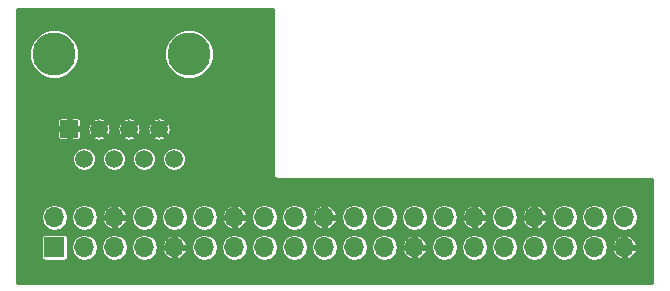
<source format=gbr>
G04 #@! TF.FileFunction,Copper,L1,Top,Signal*
%FSLAX46Y46*%
G04 Gerber Fmt 4.6, Leading zero omitted, Abs format (unit mm)*
G04 Created by KiCad (PCBNEW 4.0.7) date 11/27/17 08:23:02*
%MOMM*%
%LPD*%
G01*
G04 APERTURE LIST*
%ADD10C,0.076200*%
%ADD11C,3.650000*%
%ADD12R,1.500000X1.500000*%
%ADD13C,1.500000*%
%ADD14R,1.700000X1.700000*%
%ADD15O,1.700000X1.700000*%
%ADD16C,0.254000*%
G04 APERTURE END LIST*
D10*
D11*
X175864600Y-29862000D03*
X164434600Y-29862000D03*
D12*
X165704600Y-36212000D03*
D13*
X166974600Y-38752000D03*
X168244600Y-36212000D03*
X169514600Y-38752000D03*
X170784600Y-36212000D03*
X172054600Y-38752000D03*
X173324600Y-36212000D03*
X174594600Y-38752000D03*
D14*
X164470000Y-46230000D03*
D15*
X164470000Y-43690000D03*
X167010000Y-46230000D03*
X167010000Y-43690000D03*
X169550000Y-46230000D03*
X169550000Y-43690000D03*
X172090000Y-46230000D03*
X172090000Y-43690000D03*
X174630000Y-46230000D03*
X174630000Y-43690000D03*
X177170000Y-46230000D03*
X177170000Y-43690000D03*
X179710000Y-46230000D03*
X179710000Y-43690000D03*
X182250000Y-46230000D03*
X182250000Y-43690000D03*
X184790000Y-46230000D03*
X184790000Y-43690000D03*
X187330000Y-46230000D03*
X187330000Y-43690000D03*
X189870000Y-46230000D03*
X189870000Y-43690000D03*
X192410000Y-46230000D03*
X192410000Y-43690000D03*
X194950000Y-46230000D03*
X194950000Y-43690000D03*
X197490000Y-46230000D03*
X197490000Y-43690000D03*
X200030000Y-46230000D03*
X200030000Y-43690000D03*
X202570000Y-46230000D03*
X202570000Y-43690000D03*
X205110000Y-46230000D03*
X205110000Y-43690000D03*
X207650000Y-46230000D03*
X207650000Y-43690000D03*
X210190000Y-46230000D03*
X210190000Y-43690000D03*
X212730000Y-46230000D03*
X212730000Y-43690000D03*
D16*
G36*
X182952400Y-40131980D02*
X182952396Y-40132000D01*
X182975506Y-40248183D01*
X183041318Y-40346678D01*
X183139813Y-40412490D01*
X183255996Y-40435600D01*
X215088400Y-40435600D01*
X215088400Y-49226400D01*
X161339600Y-49226400D01*
X161339600Y-45380000D01*
X163335127Y-45380000D01*
X163335127Y-47080000D01*
X163354609Y-47183539D01*
X163415801Y-47278634D01*
X163509168Y-47342429D01*
X163620000Y-47364873D01*
X165320000Y-47364873D01*
X165423539Y-47345391D01*
X165518634Y-47284199D01*
X165582429Y-47190832D01*
X165604873Y-47080000D01*
X165604873Y-46207874D01*
X165880600Y-46207874D01*
X165880600Y-46252126D01*
X165966570Y-46684329D01*
X166211394Y-47050732D01*
X166577797Y-47295556D01*
X167010000Y-47381526D01*
X167442203Y-47295556D01*
X167808606Y-47050732D01*
X168053430Y-46684329D01*
X168139400Y-46252126D01*
X168139400Y-46207874D01*
X168420600Y-46207874D01*
X168420600Y-46252126D01*
X168506570Y-46684329D01*
X168751394Y-47050732D01*
X169117797Y-47295556D01*
X169550000Y-47381526D01*
X169982203Y-47295556D01*
X170348606Y-47050732D01*
X170593430Y-46684329D01*
X170679400Y-46252126D01*
X170679400Y-46207874D01*
X170960600Y-46207874D01*
X170960600Y-46252126D01*
X171046570Y-46684329D01*
X171291394Y-47050732D01*
X171657797Y-47295556D01*
X172090000Y-47381526D01*
X172522203Y-47295556D01*
X172888606Y-47050732D01*
X173133430Y-46684329D01*
X173165521Y-46522995D01*
X173591944Y-46522995D01*
X173783086Y-46897939D01*
X174103163Y-47171195D01*
X174337007Y-47268043D01*
X174503000Y-47243524D01*
X174503000Y-46357000D01*
X174757000Y-46357000D01*
X174757000Y-47243524D01*
X174922993Y-47268043D01*
X175156837Y-47171195D01*
X175476914Y-46897939D01*
X175668056Y-46522995D01*
X175643960Y-46357000D01*
X174757000Y-46357000D01*
X174503000Y-46357000D01*
X173616040Y-46357000D01*
X173591944Y-46522995D01*
X173165521Y-46522995D01*
X173219400Y-46252126D01*
X173219400Y-46207874D01*
X176040600Y-46207874D01*
X176040600Y-46252126D01*
X176126570Y-46684329D01*
X176371394Y-47050732D01*
X176737797Y-47295556D01*
X177170000Y-47381526D01*
X177602203Y-47295556D01*
X177968606Y-47050732D01*
X178213430Y-46684329D01*
X178299400Y-46252126D01*
X178299400Y-46207874D01*
X178580600Y-46207874D01*
X178580600Y-46252126D01*
X178666570Y-46684329D01*
X178911394Y-47050732D01*
X179277797Y-47295556D01*
X179710000Y-47381526D01*
X180142203Y-47295556D01*
X180508606Y-47050732D01*
X180753430Y-46684329D01*
X180839400Y-46252126D01*
X180839400Y-46207874D01*
X181120600Y-46207874D01*
X181120600Y-46252126D01*
X181206570Y-46684329D01*
X181451394Y-47050732D01*
X181817797Y-47295556D01*
X182250000Y-47381526D01*
X182682203Y-47295556D01*
X183048606Y-47050732D01*
X183293430Y-46684329D01*
X183379400Y-46252126D01*
X183379400Y-46207874D01*
X183660600Y-46207874D01*
X183660600Y-46252126D01*
X183746570Y-46684329D01*
X183991394Y-47050732D01*
X184357797Y-47295556D01*
X184790000Y-47381526D01*
X185222203Y-47295556D01*
X185588606Y-47050732D01*
X185833430Y-46684329D01*
X185919400Y-46252126D01*
X185919400Y-46207874D01*
X186200600Y-46207874D01*
X186200600Y-46252126D01*
X186286570Y-46684329D01*
X186531394Y-47050732D01*
X186897797Y-47295556D01*
X187330000Y-47381526D01*
X187762203Y-47295556D01*
X188128606Y-47050732D01*
X188373430Y-46684329D01*
X188459400Y-46252126D01*
X188459400Y-46207874D01*
X188740600Y-46207874D01*
X188740600Y-46252126D01*
X188826570Y-46684329D01*
X189071394Y-47050732D01*
X189437797Y-47295556D01*
X189870000Y-47381526D01*
X190302203Y-47295556D01*
X190668606Y-47050732D01*
X190913430Y-46684329D01*
X190999400Y-46252126D01*
X190999400Y-46207874D01*
X191280600Y-46207874D01*
X191280600Y-46252126D01*
X191366570Y-46684329D01*
X191611394Y-47050732D01*
X191977797Y-47295556D01*
X192410000Y-47381526D01*
X192842203Y-47295556D01*
X193208606Y-47050732D01*
X193453430Y-46684329D01*
X193485521Y-46522995D01*
X193911944Y-46522995D01*
X194103086Y-46897939D01*
X194423163Y-47171195D01*
X194657007Y-47268043D01*
X194823000Y-47243524D01*
X194823000Y-46357000D01*
X195077000Y-46357000D01*
X195077000Y-47243524D01*
X195242993Y-47268043D01*
X195476837Y-47171195D01*
X195796914Y-46897939D01*
X195988056Y-46522995D01*
X195963960Y-46357000D01*
X195077000Y-46357000D01*
X194823000Y-46357000D01*
X193936040Y-46357000D01*
X193911944Y-46522995D01*
X193485521Y-46522995D01*
X193539400Y-46252126D01*
X193539400Y-46207874D01*
X196360600Y-46207874D01*
X196360600Y-46252126D01*
X196446570Y-46684329D01*
X196691394Y-47050732D01*
X197057797Y-47295556D01*
X197490000Y-47381526D01*
X197922203Y-47295556D01*
X198288606Y-47050732D01*
X198533430Y-46684329D01*
X198619400Y-46252126D01*
X198619400Y-46207874D01*
X198900600Y-46207874D01*
X198900600Y-46252126D01*
X198986570Y-46684329D01*
X199231394Y-47050732D01*
X199597797Y-47295556D01*
X200030000Y-47381526D01*
X200462203Y-47295556D01*
X200828606Y-47050732D01*
X201073430Y-46684329D01*
X201159400Y-46252126D01*
X201159400Y-46207874D01*
X201440600Y-46207874D01*
X201440600Y-46252126D01*
X201526570Y-46684329D01*
X201771394Y-47050732D01*
X202137797Y-47295556D01*
X202570000Y-47381526D01*
X203002203Y-47295556D01*
X203368606Y-47050732D01*
X203613430Y-46684329D01*
X203699400Y-46252126D01*
X203699400Y-46207874D01*
X203980600Y-46207874D01*
X203980600Y-46252126D01*
X204066570Y-46684329D01*
X204311394Y-47050732D01*
X204677797Y-47295556D01*
X205110000Y-47381526D01*
X205542203Y-47295556D01*
X205908606Y-47050732D01*
X206153430Y-46684329D01*
X206239400Y-46252126D01*
X206239400Y-46207874D01*
X206520600Y-46207874D01*
X206520600Y-46252126D01*
X206606570Y-46684329D01*
X206851394Y-47050732D01*
X207217797Y-47295556D01*
X207650000Y-47381526D01*
X208082203Y-47295556D01*
X208448606Y-47050732D01*
X208693430Y-46684329D01*
X208779400Y-46252126D01*
X208779400Y-46207874D01*
X209060600Y-46207874D01*
X209060600Y-46252126D01*
X209146570Y-46684329D01*
X209391394Y-47050732D01*
X209757797Y-47295556D01*
X210190000Y-47381526D01*
X210622203Y-47295556D01*
X210988606Y-47050732D01*
X211233430Y-46684329D01*
X211265521Y-46522995D01*
X211691944Y-46522995D01*
X211883086Y-46897939D01*
X212203163Y-47171195D01*
X212437007Y-47268043D01*
X212603000Y-47243524D01*
X212603000Y-46357000D01*
X212857000Y-46357000D01*
X212857000Y-47243524D01*
X213022993Y-47268043D01*
X213256837Y-47171195D01*
X213576914Y-46897939D01*
X213768056Y-46522995D01*
X213743960Y-46357000D01*
X212857000Y-46357000D01*
X212603000Y-46357000D01*
X211716040Y-46357000D01*
X211691944Y-46522995D01*
X211265521Y-46522995D01*
X211319400Y-46252126D01*
X211319400Y-46207874D01*
X211265522Y-45937005D01*
X211691944Y-45937005D01*
X211716040Y-46103000D01*
X212603000Y-46103000D01*
X212603000Y-45216476D01*
X212857000Y-45216476D01*
X212857000Y-46103000D01*
X213743960Y-46103000D01*
X213768056Y-45937005D01*
X213576914Y-45562061D01*
X213256837Y-45288805D01*
X213022993Y-45191957D01*
X212857000Y-45216476D01*
X212603000Y-45216476D01*
X212437007Y-45191957D01*
X212203163Y-45288805D01*
X211883086Y-45562061D01*
X211691944Y-45937005D01*
X211265522Y-45937005D01*
X211233430Y-45775671D01*
X210988606Y-45409268D01*
X210622203Y-45164444D01*
X210190000Y-45078474D01*
X209757797Y-45164444D01*
X209391394Y-45409268D01*
X209146570Y-45775671D01*
X209060600Y-46207874D01*
X208779400Y-46207874D01*
X208693430Y-45775671D01*
X208448606Y-45409268D01*
X208082203Y-45164444D01*
X207650000Y-45078474D01*
X207217797Y-45164444D01*
X206851394Y-45409268D01*
X206606570Y-45775671D01*
X206520600Y-46207874D01*
X206239400Y-46207874D01*
X206153430Y-45775671D01*
X205908606Y-45409268D01*
X205542203Y-45164444D01*
X205110000Y-45078474D01*
X204677797Y-45164444D01*
X204311394Y-45409268D01*
X204066570Y-45775671D01*
X203980600Y-46207874D01*
X203699400Y-46207874D01*
X203613430Y-45775671D01*
X203368606Y-45409268D01*
X203002203Y-45164444D01*
X202570000Y-45078474D01*
X202137797Y-45164444D01*
X201771394Y-45409268D01*
X201526570Y-45775671D01*
X201440600Y-46207874D01*
X201159400Y-46207874D01*
X201073430Y-45775671D01*
X200828606Y-45409268D01*
X200462203Y-45164444D01*
X200030000Y-45078474D01*
X199597797Y-45164444D01*
X199231394Y-45409268D01*
X198986570Y-45775671D01*
X198900600Y-46207874D01*
X198619400Y-46207874D01*
X198533430Y-45775671D01*
X198288606Y-45409268D01*
X197922203Y-45164444D01*
X197490000Y-45078474D01*
X197057797Y-45164444D01*
X196691394Y-45409268D01*
X196446570Y-45775671D01*
X196360600Y-46207874D01*
X193539400Y-46207874D01*
X193485522Y-45937005D01*
X193911944Y-45937005D01*
X193936040Y-46103000D01*
X194823000Y-46103000D01*
X194823000Y-45216476D01*
X195077000Y-45216476D01*
X195077000Y-46103000D01*
X195963960Y-46103000D01*
X195988056Y-45937005D01*
X195796914Y-45562061D01*
X195476837Y-45288805D01*
X195242993Y-45191957D01*
X195077000Y-45216476D01*
X194823000Y-45216476D01*
X194657007Y-45191957D01*
X194423163Y-45288805D01*
X194103086Y-45562061D01*
X193911944Y-45937005D01*
X193485522Y-45937005D01*
X193453430Y-45775671D01*
X193208606Y-45409268D01*
X192842203Y-45164444D01*
X192410000Y-45078474D01*
X191977797Y-45164444D01*
X191611394Y-45409268D01*
X191366570Y-45775671D01*
X191280600Y-46207874D01*
X190999400Y-46207874D01*
X190913430Y-45775671D01*
X190668606Y-45409268D01*
X190302203Y-45164444D01*
X189870000Y-45078474D01*
X189437797Y-45164444D01*
X189071394Y-45409268D01*
X188826570Y-45775671D01*
X188740600Y-46207874D01*
X188459400Y-46207874D01*
X188373430Y-45775671D01*
X188128606Y-45409268D01*
X187762203Y-45164444D01*
X187330000Y-45078474D01*
X186897797Y-45164444D01*
X186531394Y-45409268D01*
X186286570Y-45775671D01*
X186200600Y-46207874D01*
X185919400Y-46207874D01*
X185833430Y-45775671D01*
X185588606Y-45409268D01*
X185222203Y-45164444D01*
X184790000Y-45078474D01*
X184357797Y-45164444D01*
X183991394Y-45409268D01*
X183746570Y-45775671D01*
X183660600Y-46207874D01*
X183379400Y-46207874D01*
X183293430Y-45775671D01*
X183048606Y-45409268D01*
X182682203Y-45164444D01*
X182250000Y-45078474D01*
X181817797Y-45164444D01*
X181451394Y-45409268D01*
X181206570Y-45775671D01*
X181120600Y-46207874D01*
X180839400Y-46207874D01*
X180753430Y-45775671D01*
X180508606Y-45409268D01*
X180142203Y-45164444D01*
X179710000Y-45078474D01*
X179277797Y-45164444D01*
X178911394Y-45409268D01*
X178666570Y-45775671D01*
X178580600Y-46207874D01*
X178299400Y-46207874D01*
X178213430Y-45775671D01*
X177968606Y-45409268D01*
X177602203Y-45164444D01*
X177170000Y-45078474D01*
X176737797Y-45164444D01*
X176371394Y-45409268D01*
X176126570Y-45775671D01*
X176040600Y-46207874D01*
X173219400Y-46207874D01*
X173165522Y-45937005D01*
X173591944Y-45937005D01*
X173616040Y-46103000D01*
X174503000Y-46103000D01*
X174503000Y-45216476D01*
X174757000Y-45216476D01*
X174757000Y-46103000D01*
X175643960Y-46103000D01*
X175668056Y-45937005D01*
X175476914Y-45562061D01*
X175156837Y-45288805D01*
X174922993Y-45191957D01*
X174757000Y-45216476D01*
X174503000Y-45216476D01*
X174337007Y-45191957D01*
X174103163Y-45288805D01*
X173783086Y-45562061D01*
X173591944Y-45937005D01*
X173165522Y-45937005D01*
X173133430Y-45775671D01*
X172888606Y-45409268D01*
X172522203Y-45164444D01*
X172090000Y-45078474D01*
X171657797Y-45164444D01*
X171291394Y-45409268D01*
X171046570Y-45775671D01*
X170960600Y-46207874D01*
X170679400Y-46207874D01*
X170593430Y-45775671D01*
X170348606Y-45409268D01*
X169982203Y-45164444D01*
X169550000Y-45078474D01*
X169117797Y-45164444D01*
X168751394Y-45409268D01*
X168506570Y-45775671D01*
X168420600Y-46207874D01*
X168139400Y-46207874D01*
X168053430Y-45775671D01*
X167808606Y-45409268D01*
X167442203Y-45164444D01*
X167010000Y-45078474D01*
X166577797Y-45164444D01*
X166211394Y-45409268D01*
X165966570Y-45775671D01*
X165880600Y-46207874D01*
X165604873Y-46207874D01*
X165604873Y-45380000D01*
X165585391Y-45276461D01*
X165524199Y-45181366D01*
X165430832Y-45117571D01*
X165320000Y-45095127D01*
X163620000Y-45095127D01*
X163516461Y-45114609D01*
X163421366Y-45175801D01*
X163357571Y-45269168D01*
X163335127Y-45380000D01*
X161339600Y-45380000D01*
X161339600Y-43667874D01*
X163340600Y-43667874D01*
X163340600Y-43712126D01*
X163426570Y-44144329D01*
X163671394Y-44510732D01*
X164037797Y-44755556D01*
X164470000Y-44841526D01*
X164902203Y-44755556D01*
X165268606Y-44510732D01*
X165513430Y-44144329D01*
X165599400Y-43712126D01*
X165599400Y-43667874D01*
X165880600Y-43667874D01*
X165880600Y-43712126D01*
X165966570Y-44144329D01*
X166211394Y-44510732D01*
X166577797Y-44755556D01*
X167010000Y-44841526D01*
X167442203Y-44755556D01*
X167808606Y-44510732D01*
X168053430Y-44144329D01*
X168085521Y-43982995D01*
X168511944Y-43982995D01*
X168703086Y-44357939D01*
X169023163Y-44631195D01*
X169257007Y-44728043D01*
X169423000Y-44703524D01*
X169423000Y-43817000D01*
X169677000Y-43817000D01*
X169677000Y-44703524D01*
X169842993Y-44728043D01*
X170076837Y-44631195D01*
X170396914Y-44357939D01*
X170588056Y-43982995D01*
X170563960Y-43817000D01*
X169677000Y-43817000D01*
X169423000Y-43817000D01*
X168536040Y-43817000D01*
X168511944Y-43982995D01*
X168085521Y-43982995D01*
X168139400Y-43712126D01*
X168139400Y-43667874D01*
X170960600Y-43667874D01*
X170960600Y-43712126D01*
X171046570Y-44144329D01*
X171291394Y-44510732D01*
X171657797Y-44755556D01*
X172090000Y-44841526D01*
X172522203Y-44755556D01*
X172888606Y-44510732D01*
X173133430Y-44144329D01*
X173219400Y-43712126D01*
X173219400Y-43667874D01*
X173500600Y-43667874D01*
X173500600Y-43712126D01*
X173586570Y-44144329D01*
X173831394Y-44510732D01*
X174197797Y-44755556D01*
X174630000Y-44841526D01*
X175062203Y-44755556D01*
X175428606Y-44510732D01*
X175673430Y-44144329D01*
X175759400Y-43712126D01*
X175759400Y-43667874D01*
X176040600Y-43667874D01*
X176040600Y-43712126D01*
X176126570Y-44144329D01*
X176371394Y-44510732D01*
X176737797Y-44755556D01*
X177170000Y-44841526D01*
X177602203Y-44755556D01*
X177968606Y-44510732D01*
X178213430Y-44144329D01*
X178245521Y-43982995D01*
X178671944Y-43982995D01*
X178863086Y-44357939D01*
X179183163Y-44631195D01*
X179417007Y-44728043D01*
X179583000Y-44703524D01*
X179583000Y-43817000D01*
X179837000Y-43817000D01*
X179837000Y-44703524D01*
X180002993Y-44728043D01*
X180236837Y-44631195D01*
X180556914Y-44357939D01*
X180748056Y-43982995D01*
X180723960Y-43817000D01*
X179837000Y-43817000D01*
X179583000Y-43817000D01*
X178696040Y-43817000D01*
X178671944Y-43982995D01*
X178245521Y-43982995D01*
X178299400Y-43712126D01*
X178299400Y-43667874D01*
X181120600Y-43667874D01*
X181120600Y-43712126D01*
X181206570Y-44144329D01*
X181451394Y-44510732D01*
X181817797Y-44755556D01*
X182250000Y-44841526D01*
X182682203Y-44755556D01*
X183048606Y-44510732D01*
X183293430Y-44144329D01*
X183379400Y-43712126D01*
X183379400Y-43667874D01*
X183660600Y-43667874D01*
X183660600Y-43712126D01*
X183746570Y-44144329D01*
X183991394Y-44510732D01*
X184357797Y-44755556D01*
X184790000Y-44841526D01*
X185222203Y-44755556D01*
X185588606Y-44510732D01*
X185833430Y-44144329D01*
X185865521Y-43982995D01*
X186291944Y-43982995D01*
X186483086Y-44357939D01*
X186803163Y-44631195D01*
X187037007Y-44728043D01*
X187203000Y-44703524D01*
X187203000Y-43817000D01*
X187457000Y-43817000D01*
X187457000Y-44703524D01*
X187622993Y-44728043D01*
X187856837Y-44631195D01*
X188176914Y-44357939D01*
X188368056Y-43982995D01*
X188343960Y-43817000D01*
X187457000Y-43817000D01*
X187203000Y-43817000D01*
X186316040Y-43817000D01*
X186291944Y-43982995D01*
X185865521Y-43982995D01*
X185919400Y-43712126D01*
X185919400Y-43667874D01*
X188740600Y-43667874D01*
X188740600Y-43712126D01*
X188826570Y-44144329D01*
X189071394Y-44510732D01*
X189437797Y-44755556D01*
X189870000Y-44841526D01*
X190302203Y-44755556D01*
X190668606Y-44510732D01*
X190913430Y-44144329D01*
X190999400Y-43712126D01*
X190999400Y-43667874D01*
X191280600Y-43667874D01*
X191280600Y-43712126D01*
X191366570Y-44144329D01*
X191611394Y-44510732D01*
X191977797Y-44755556D01*
X192410000Y-44841526D01*
X192842203Y-44755556D01*
X193208606Y-44510732D01*
X193453430Y-44144329D01*
X193539400Y-43712126D01*
X193539400Y-43667874D01*
X193820600Y-43667874D01*
X193820600Y-43712126D01*
X193906570Y-44144329D01*
X194151394Y-44510732D01*
X194517797Y-44755556D01*
X194950000Y-44841526D01*
X195382203Y-44755556D01*
X195748606Y-44510732D01*
X195993430Y-44144329D01*
X196079400Y-43712126D01*
X196079400Y-43667874D01*
X196360600Y-43667874D01*
X196360600Y-43712126D01*
X196446570Y-44144329D01*
X196691394Y-44510732D01*
X197057797Y-44755556D01*
X197490000Y-44841526D01*
X197922203Y-44755556D01*
X198288606Y-44510732D01*
X198533430Y-44144329D01*
X198565521Y-43982995D01*
X198991944Y-43982995D01*
X199183086Y-44357939D01*
X199503163Y-44631195D01*
X199737007Y-44728043D01*
X199903000Y-44703524D01*
X199903000Y-43817000D01*
X200157000Y-43817000D01*
X200157000Y-44703524D01*
X200322993Y-44728043D01*
X200556837Y-44631195D01*
X200876914Y-44357939D01*
X201068056Y-43982995D01*
X201043960Y-43817000D01*
X200157000Y-43817000D01*
X199903000Y-43817000D01*
X199016040Y-43817000D01*
X198991944Y-43982995D01*
X198565521Y-43982995D01*
X198619400Y-43712126D01*
X198619400Y-43667874D01*
X201440600Y-43667874D01*
X201440600Y-43712126D01*
X201526570Y-44144329D01*
X201771394Y-44510732D01*
X202137797Y-44755556D01*
X202570000Y-44841526D01*
X203002203Y-44755556D01*
X203368606Y-44510732D01*
X203613430Y-44144329D01*
X203645521Y-43982995D01*
X204071944Y-43982995D01*
X204263086Y-44357939D01*
X204583163Y-44631195D01*
X204817007Y-44728043D01*
X204983000Y-44703524D01*
X204983000Y-43817000D01*
X205237000Y-43817000D01*
X205237000Y-44703524D01*
X205402993Y-44728043D01*
X205636837Y-44631195D01*
X205956914Y-44357939D01*
X206148056Y-43982995D01*
X206123960Y-43817000D01*
X205237000Y-43817000D01*
X204983000Y-43817000D01*
X204096040Y-43817000D01*
X204071944Y-43982995D01*
X203645521Y-43982995D01*
X203699400Y-43712126D01*
X203699400Y-43667874D01*
X206520600Y-43667874D01*
X206520600Y-43712126D01*
X206606570Y-44144329D01*
X206851394Y-44510732D01*
X207217797Y-44755556D01*
X207650000Y-44841526D01*
X208082203Y-44755556D01*
X208448606Y-44510732D01*
X208693430Y-44144329D01*
X208779400Y-43712126D01*
X208779400Y-43667874D01*
X209060600Y-43667874D01*
X209060600Y-43712126D01*
X209146570Y-44144329D01*
X209391394Y-44510732D01*
X209757797Y-44755556D01*
X210190000Y-44841526D01*
X210622203Y-44755556D01*
X210988606Y-44510732D01*
X211233430Y-44144329D01*
X211319400Y-43712126D01*
X211319400Y-43667874D01*
X211600600Y-43667874D01*
X211600600Y-43712126D01*
X211686570Y-44144329D01*
X211931394Y-44510732D01*
X212297797Y-44755556D01*
X212730000Y-44841526D01*
X213162203Y-44755556D01*
X213528606Y-44510732D01*
X213773430Y-44144329D01*
X213859400Y-43712126D01*
X213859400Y-43667874D01*
X213773430Y-43235671D01*
X213528606Y-42869268D01*
X213162203Y-42624444D01*
X212730000Y-42538474D01*
X212297797Y-42624444D01*
X211931394Y-42869268D01*
X211686570Y-43235671D01*
X211600600Y-43667874D01*
X211319400Y-43667874D01*
X211233430Y-43235671D01*
X210988606Y-42869268D01*
X210622203Y-42624444D01*
X210190000Y-42538474D01*
X209757797Y-42624444D01*
X209391394Y-42869268D01*
X209146570Y-43235671D01*
X209060600Y-43667874D01*
X208779400Y-43667874D01*
X208693430Y-43235671D01*
X208448606Y-42869268D01*
X208082203Y-42624444D01*
X207650000Y-42538474D01*
X207217797Y-42624444D01*
X206851394Y-42869268D01*
X206606570Y-43235671D01*
X206520600Y-43667874D01*
X203699400Y-43667874D01*
X203645522Y-43397005D01*
X204071944Y-43397005D01*
X204096040Y-43563000D01*
X204983000Y-43563000D01*
X204983000Y-42676476D01*
X205237000Y-42676476D01*
X205237000Y-43563000D01*
X206123960Y-43563000D01*
X206148056Y-43397005D01*
X205956914Y-43022061D01*
X205636837Y-42748805D01*
X205402993Y-42651957D01*
X205237000Y-42676476D01*
X204983000Y-42676476D01*
X204817007Y-42651957D01*
X204583163Y-42748805D01*
X204263086Y-43022061D01*
X204071944Y-43397005D01*
X203645522Y-43397005D01*
X203613430Y-43235671D01*
X203368606Y-42869268D01*
X203002203Y-42624444D01*
X202570000Y-42538474D01*
X202137797Y-42624444D01*
X201771394Y-42869268D01*
X201526570Y-43235671D01*
X201440600Y-43667874D01*
X198619400Y-43667874D01*
X198565522Y-43397005D01*
X198991944Y-43397005D01*
X199016040Y-43563000D01*
X199903000Y-43563000D01*
X199903000Y-42676476D01*
X200157000Y-42676476D01*
X200157000Y-43563000D01*
X201043960Y-43563000D01*
X201068056Y-43397005D01*
X200876914Y-43022061D01*
X200556837Y-42748805D01*
X200322993Y-42651957D01*
X200157000Y-42676476D01*
X199903000Y-42676476D01*
X199737007Y-42651957D01*
X199503163Y-42748805D01*
X199183086Y-43022061D01*
X198991944Y-43397005D01*
X198565522Y-43397005D01*
X198533430Y-43235671D01*
X198288606Y-42869268D01*
X197922203Y-42624444D01*
X197490000Y-42538474D01*
X197057797Y-42624444D01*
X196691394Y-42869268D01*
X196446570Y-43235671D01*
X196360600Y-43667874D01*
X196079400Y-43667874D01*
X195993430Y-43235671D01*
X195748606Y-42869268D01*
X195382203Y-42624444D01*
X194950000Y-42538474D01*
X194517797Y-42624444D01*
X194151394Y-42869268D01*
X193906570Y-43235671D01*
X193820600Y-43667874D01*
X193539400Y-43667874D01*
X193453430Y-43235671D01*
X193208606Y-42869268D01*
X192842203Y-42624444D01*
X192410000Y-42538474D01*
X191977797Y-42624444D01*
X191611394Y-42869268D01*
X191366570Y-43235671D01*
X191280600Y-43667874D01*
X190999400Y-43667874D01*
X190913430Y-43235671D01*
X190668606Y-42869268D01*
X190302203Y-42624444D01*
X189870000Y-42538474D01*
X189437797Y-42624444D01*
X189071394Y-42869268D01*
X188826570Y-43235671D01*
X188740600Y-43667874D01*
X185919400Y-43667874D01*
X185865522Y-43397005D01*
X186291944Y-43397005D01*
X186316040Y-43563000D01*
X187203000Y-43563000D01*
X187203000Y-42676476D01*
X187457000Y-42676476D01*
X187457000Y-43563000D01*
X188343960Y-43563000D01*
X188368056Y-43397005D01*
X188176914Y-43022061D01*
X187856837Y-42748805D01*
X187622993Y-42651957D01*
X187457000Y-42676476D01*
X187203000Y-42676476D01*
X187037007Y-42651957D01*
X186803163Y-42748805D01*
X186483086Y-43022061D01*
X186291944Y-43397005D01*
X185865522Y-43397005D01*
X185833430Y-43235671D01*
X185588606Y-42869268D01*
X185222203Y-42624444D01*
X184790000Y-42538474D01*
X184357797Y-42624444D01*
X183991394Y-42869268D01*
X183746570Y-43235671D01*
X183660600Y-43667874D01*
X183379400Y-43667874D01*
X183293430Y-43235671D01*
X183048606Y-42869268D01*
X182682203Y-42624444D01*
X182250000Y-42538474D01*
X181817797Y-42624444D01*
X181451394Y-42869268D01*
X181206570Y-43235671D01*
X181120600Y-43667874D01*
X178299400Y-43667874D01*
X178245522Y-43397005D01*
X178671944Y-43397005D01*
X178696040Y-43563000D01*
X179583000Y-43563000D01*
X179583000Y-42676476D01*
X179837000Y-42676476D01*
X179837000Y-43563000D01*
X180723960Y-43563000D01*
X180748056Y-43397005D01*
X180556914Y-43022061D01*
X180236837Y-42748805D01*
X180002993Y-42651957D01*
X179837000Y-42676476D01*
X179583000Y-42676476D01*
X179417007Y-42651957D01*
X179183163Y-42748805D01*
X178863086Y-43022061D01*
X178671944Y-43397005D01*
X178245522Y-43397005D01*
X178213430Y-43235671D01*
X177968606Y-42869268D01*
X177602203Y-42624444D01*
X177170000Y-42538474D01*
X176737797Y-42624444D01*
X176371394Y-42869268D01*
X176126570Y-43235671D01*
X176040600Y-43667874D01*
X175759400Y-43667874D01*
X175673430Y-43235671D01*
X175428606Y-42869268D01*
X175062203Y-42624444D01*
X174630000Y-42538474D01*
X174197797Y-42624444D01*
X173831394Y-42869268D01*
X173586570Y-43235671D01*
X173500600Y-43667874D01*
X173219400Y-43667874D01*
X173133430Y-43235671D01*
X172888606Y-42869268D01*
X172522203Y-42624444D01*
X172090000Y-42538474D01*
X171657797Y-42624444D01*
X171291394Y-42869268D01*
X171046570Y-43235671D01*
X170960600Y-43667874D01*
X168139400Y-43667874D01*
X168085522Y-43397005D01*
X168511944Y-43397005D01*
X168536040Y-43563000D01*
X169423000Y-43563000D01*
X169423000Y-42676476D01*
X169677000Y-42676476D01*
X169677000Y-43563000D01*
X170563960Y-43563000D01*
X170588056Y-43397005D01*
X170396914Y-43022061D01*
X170076837Y-42748805D01*
X169842993Y-42651957D01*
X169677000Y-42676476D01*
X169423000Y-42676476D01*
X169257007Y-42651957D01*
X169023163Y-42748805D01*
X168703086Y-43022061D01*
X168511944Y-43397005D01*
X168085522Y-43397005D01*
X168053430Y-43235671D01*
X167808606Y-42869268D01*
X167442203Y-42624444D01*
X167010000Y-42538474D01*
X166577797Y-42624444D01*
X166211394Y-42869268D01*
X165966570Y-43235671D01*
X165880600Y-43667874D01*
X165599400Y-43667874D01*
X165513430Y-43235671D01*
X165268606Y-42869268D01*
X164902203Y-42624444D01*
X164470000Y-42538474D01*
X164037797Y-42624444D01*
X163671394Y-42869268D01*
X163426570Y-43235671D01*
X163340600Y-43667874D01*
X161339600Y-43667874D01*
X161339600Y-38955862D01*
X165945022Y-38955862D01*
X166101408Y-39334346D01*
X166390730Y-39624174D01*
X166768941Y-39781221D01*
X167178462Y-39781578D01*
X167556946Y-39625192D01*
X167846774Y-39335870D01*
X168003821Y-38957659D01*
X168003822Y-38955862D01*
X168485022Y-38955862D01*
X168641408Y-39334346D01*
X168930730Y-39624174D01*
X169308941Y-39781221D01*
X169718462Y-39781578D01*
X170096946Y-39625192D01*
X170386774Y-39335870D01*
X170543821Y-38957659D01*
X170543822Y-38955862D01*
X171025022Y-38955862D01*
X171181408Y-39334346D01*
X171470730Y-39624174D01*
X171848941Y-39781221D01*
X172258462Y-39781578D01*
X172636946Y-39625192D01*
X172926774Y-39335870D01*
X173083821Y-38957659D01*
X173083822Y-38955862D01*
X173565022Y-38955862D01*
X173721408Y-39334346D01*
X174010730Y-39624174D01*
X174388941Y-39781221D01*
X174798462Y-39781578D01*
X175176946Y-39625192D01*
X175466774Y-39335870D01*
X175623821Y-38957659D01*
X175624178Y-38548138D01*
X175467792Y-38169654D01*
X175178470Y-37879826D01*
X174800259Y-37722779D01*
X174390738Y-37722422D01*
X174012254Y-37878808D01*
X173722426Y-38168130D01*
X173565379Y-38546341D01*
X173565022Y-38955862D01*
X173083822Y-38955862D01*
X173084178Y-38548138D01*
X172927792Y-38169654D01*
X172638470Y-37879826D01*
X172260259Y-37722779D01*
X171850738Y-37722422D01*
X171472254Y-37878808D01*
X171182426Y-38168130D01*
X171025379Y-38546341D01*
X171025022Y-38955862D01*
X170543822Y-38955862D01*
X170544178Y-38548138D01*
X170387792Y-38169654D01*
X170098470Y-37879826D01*
X169720259Y-37722779D01*
X169310738Y-37722422D01*
X168932254Y-37878808D01*
X168642426Y-38168130D01*
X168485379Y-38546341D01*
X168485022Y-38955862D01*
X168003822Y-38955862D01*
X168004178Y-38548138D01*
X167847792Y-38169654D01*
X167558470Y-37879826D01*
X167180259Y-37722779D01*
X166770738Y-37722422D01*
X166392254Y-37878808D01*
X166102426Y-38168130D01*
X165945379Y-38546341D01*
X165945022Y-38955862D01*
X161339600Y-38955862D01*
X161339600Y-36396150D01*
X164726000Y-36396150D01*
X164726000Y-37007472D01*
X164760803Y-37091492D01*
X164825109Y-37155798D01*
X164909129Y-37190600D01*
X165520450Y-37190600D01*
X165577600Y-37133450D01*
X165577600Y-36339000D01*
X165831600Y-36339000D01*
X165831600Y-37133450D01*
X165888750Y-37190600D01*
X166500071Y-37190600D01*
X166584091Y-37155798D01*
X166648397Y-37091492D01*
X166683200Y-37007472D01*
X166683200Y-36960832D01*
X167675373Y-36960832D01*
X167765640Y-37087298D01*
X168137061Y-37203960D01*
X168524853Y-37169605D01*
X168723560Y-37087298D01*
X168813827Y-36960832D01*
X170215373Y-36960832D01*
X170305640Y-37087298D01*
X170677061Y-37203960D01*
X171064853Y-37169605D01*
X171263560Y-37087298D01*
X171353827Y-36960832D01*
X172755373Y-36960832D01*
X172845640Y-37087298D01*
X173217061Y-37203960D01*
X173604853Y-37169605D01*
X173803560Y-37087298D01*
X173893827Y-36960832D01*
X173324600Y-36391605D01*
X172755373Y-36960832D01*
X171353827Y-36960832D01*
X170784600Y-36391605D01*
X170215373Y-36960832D01*
X168813827Y-36960832D01*
X168244600Y-36391605D01*
X167675373Y-36960832D01*
X166683200Y-36960832D01*
X166683200Y-36396150D01*
X166626050Y-36339000D01*
X165831600Y-36339000D01*
X165577600Y-36339000D01*
X164783150Y-36339000D01*
X164726000Y-36396150D01*
X161339600Y-36396150D01*
X161339600Y-36104461D01*
X167252640Y-36104461D01*
X167286995Y-36492253D01*
X167369302Y-36690960D01*
X167495768Y-36781227D01*
X168064995Y-36212000D01*
X168424205Y-36212000D01*
X168993432Y-36781227D01*
X169119898Y-36690960D01*
X169236560Y-36319539D01*
X169217506Y-36104461D01*
X169792640Y-36104461D01*
X169826995Y-36492253D01*
X169909302Y-36690960D01*
X170035768Y-36781227D01*
X170604995Y-36212000D01*
X170964205Y-36212000D01*
X171533432Y-36781227D01*
X171659898Y-36690960D01*
X171776560Y-36319539D01*
X171757506Y-36104461D01*
X172332640Y-36104461D01*
X172366995Y-36492253D01*
X172449302Y-36690960D01*
X172575768Y-36781227D01*
X173144995Y-36212000D01*
X173504205Y-36212000D01*
X174073432Y-36781227D01*
X174199898Y-36690960D01*
X174316560Y-36319539D01*
X174282205Y-35931747D01*
X174199898Y-35733040D01*
X174073432Y-35642773D01*
X173504205Y-36212000D01*
X173144995Y-36212000D01*
X172575768Y-35642773D01*
X172449302Y-35733040D01*
X172332640Y-36104461D01*
X171757506Y-36104461D01*
X171742205Y-35931747D01*
X171659898Y-35733040D01*
X171533432Y-35642773D01*
X170964205Y-36212000D01*
X170604995Y-36212000D01*
X170035768Y-35642773D01*
X169909302Y-35733040D01*
X169792640Y-36104461D01*
X169217506Y-36104461D01*
X169202205Y-35931747D01*
X169119898Y-35733040D01*
X168993432Y-35642773D01*
X168424205Y-36212000D01*
X168064995Y-36212000D01*
X167495768Y-35642773D01*
X167369302Y-35733040D01*
X167252640Y-36104461D01*
X161339600Y-36104461D01*
X161339600Y-35416528D01*
X164726000Y-35416528D01*
X164726000Y-36027850D01*
X164783150Y-36085000D01*
X165577600Y-36085000D01*
X165577600Y-35290550D01*
X165831600Y-35290550D01*
X165831600Y-36085000D01*
X166626050Y-36085000D01*
X166683200Y-36027850D01*
X166683200Y-35463168D01*
X167675373Y-35463168D01*
X168244600Y-36032395D01*
X168813827Y-35463168D01*
X170215373Y-35463168D01*
X170784600Y-36032395D01*
X171353827Y-35463168D01*
X172755373Y-35463168D01*
X173324600Y-36032395D01*
X173893827Y-35463168D01*
X173803560Y-35336702D01*
X173432139Y-35220040D01*
X173044347Y-35254395D01*
X172845640Y-35336702D01*
X172755373Y-35463168D01*
X171353827Y-35463168D01*
X171263560Y-35336702D01*
X170892139Y-35220040D01*
X170504347Y-35254395D01*
X170305640Y-35336702D01*
X170215373Y-35463168D01*
X168813827Y-35463168D01*
X168723560Y-35336702D01*
X168352139Y-35220040D01*
X167964347Y-35254395D01*
X167765640Y-35336702D01*
X167675373Y-35463168D01*
X166683200Y-35463168D01*
X166683200Y-35416528D01*
X166648397Y-35332508D01*
X166584091Y-35268202D01*
X166500071Y-35233400D01*
X165888750Y-35233400D01*
X165831600Y-35290550D01*
X165577600Y-35290550D01*
X165520450Y-35233400D01*
X164909129Y-35233400D01*
X164825109Y-35268202D01*
X164760803Y-35332508D01*
X164726000Y-35416528D01*
X161339600Y-35416528D01*
X161339600Y-30278755D01*
X162329835Y-30278755D01*
X162649536Y-31052490D01*
X163240997Y-31644984D01*
X164014172Y-31966034D01*
X164851355Y-31966765D01*
X165625090Y-31647064D01*
X166217584Y-31055603D01*
X166538634Y-30282428D01*
X166538637Y-30278755D01*
X173759835Y-30278755D01*
X174079536Y-31052490D01*
X174670997Y-31644984D01*
X175444172Y-31966034D01*
X176281355Y-31966765D01*
X177055090Y-31647064D01*
X177647584Y-31055603D01*
X177968634Y-30282428D01*
X177969365Y-29445245D01*
X177649664Y-28671510D01*
X177058203Y-28079016D01*
X176285028Y-27757966D01*
X175447845Y-27757235D01*
X174674110Y-28076936D01*
X174081616Y-28668397D01*
X173760566Y-29441572D01*
X173759835Y-30278755D01*
X166538637Y-30278755D01*
X166539365Y-29445245D01*
X166219664Y-28671510D01*
X165628203Y-28079016D01*
X164855028Y-27757966D01*
X164017845Y-27757235D01*
X163244110Y-28076936D01*
X162651616Y-28668397D01*
X162330566Y-29441572D01*
X162329835Y-30278755D01*
X161339600Y-30278755D01*
X161339600Y-26037600D01*
X182952400Y-26037600D01*
X182952400Y-40131980D01*
X182952400Y-40131980D01*
G37*
X182952400Y-40131980D02*
X182952396Y-40132000D01*
X182975506Y-40248183D01*
X183041318Y-40346678D01*
X183139813Y-40412490D01*
X183255996Y-40435600D01*
X215088400Y-40435600D01*
X215088400Y-49226400D01*
X161339600Y-49226400D01*
X161339600Y-45380000D01*
X163335127Y-45380000D01*
X163335127Y-47080000D01*
X163354609Y-47183539D01*
X163415801Y-47278634D01*
X163509168Y-47342429D01*
X163620000Y-47364873D01*
X165320000Y-47364873D01*
X165423539Y-47345391D01*
X165518634Y-47284199D01*
X165582429Y-47190832D01*
X165604873Y-47080000D01*
X165604873Y-46207874D01*
X165880600Y-46207874D01*
X165880600Y-46252126D01*
X165966570Y-46684329D01*
X166211394Y-47050732D01*
X166577797Y-47295556D01*
X167010000Y-47381526D01*
X167442203Y-47295556D01*
X167808606Y-47050732D01*
X168053430Y-46684329D01*
X168139400Y-46252126D01*
X168139400Y-46207874D01*
X168420600Y-46207874D01*
X168420600Y-46252126D01*
X168506570Y-46684329D01*
X168751394Y-47050732D01*
X169117797Y-47295556D01*
X169550000Y-47381526D01*
X169982203Y-47295556D01*
X170348606Y-47050732D01*
X170593430Y-46684329D01*
X170679400Y-46252126D01*
X170679400Y-46207874D01*
X170960600Y-46207874D01*
X170960600Y-46252126D01*
X171046570Y-46684329D01*
X171291394Y-47050732D01*
X171657797Y-47295556D01*
X172090000Y-47381526D01*
X172522203Y-47295556D01*
X172888606Y-47050732D01*
X173133430Y-46684329D01*
X173165521Y-46522995D01*
X173591944Y-46522995D01*
X173783086Y-46897939D01*
X174103163Y-47171195D01*
X174337007Y-47268043D01*
X174503000Y-47243524D01*
X174503000Y-46357000D01*
X174757000Y-46357000D01*
X174757000Y-47243524D01*
X174922993Y-47268043D01*
X175156837Y-47171195D01*
X175476914Y-46897939D01*
X175668056Y-46522995D01*
X175643960Y-46357000D01*
X174757000Y-46357000D01*
X174503000Y-46357000D01*
X173616040Y-46357000D01*
X173591944Y-46522995D01*
X173165521Y-46522995D01*
X173219400Y-46252126D01*
X173219400Y-46207874D01*
X176040600Y-46207874D01*
X176040600Y-46252126D01*
X176126570Y-46684329D01*
X176371394Y-47050732D01*
X176737797Y-47295556D01*
X177170000Y-47381526D01*
X177602203Y-47295556D01*
X177968606Y-47050732D01*
X178213430Y-46684329D01*
X178299400Y-46252126D01*
X178299400Y-46207874D01*
X178580600Y-46207874D01*
X178580600Y-46252126D01*
X178666570Y-46684329D01*
X178911394Y-47050732D01*
X179277797Y-47295556D01*
X179710000Y-47381526D01*
X180142203Y-47295556D01*
X180508606Y-47050732D01*
X180753430Y-46684329D01*
X180839400Y-46252126D01*
X180839400Y-46207874D01*
X181120600Y-46207874D01*
X181120600Y-46252126D01*
X181206570Y-46684329D01*
X181451394Y-47050732D01*
X181817797Y-47295556D01*
X182250000Y-47381526D01*
X182682203Y-47295556D01*
X183048606Y-47050732D01*
X183293430Y-46684329D01*
X183379400Y-46252126D01*
X183379400Y-46207874D01*
X183660600Y-46207874D01*
X183660600Y-46252126D01*
X183746570Y-46684329D01*
X183991394Y-47050732D01*
X184357797Y-47295556D01*
X184790000Y-47381526D01*
X185222203Y-47295556D01*
X185588606Y-47050732D01*
X185833430Y-46684329D01*
X185919400Y-46252126D01*
X185919400Y-46207874D01*
X186200600Y-46207874D01*
X186200600Y-46252126D01*
X186286570Y-46684329D01*
X186531394Y-47050732D01*
X186897797Y-47295556D01*
X187330000Y-47381526D01*
X187762203Y-47295556D01*
X188128606Y-47050732D01*
X188373430Y-46684329D01*
X188459400Y-46252126D01*
X188459400Y-46207874D01*
X188740600Y-46207874D01*
X188740600Y-46252126D01*
X188826570Y-46684329D01*
X189071394Y-47050732D01*
X189437797Y-47295556D01*
X189870000Y-47381526D01*
X190302203Y-47295556D01*
X190668606Y-47050732D01*
X190913430Y-46684329D01*
X190999400Y-46252126D01*
X190999400Y-46207874D01*
X191280600Y-46207874D01*
X191280600Y-46252126D01*
X191366570Y-46684329D01*
X191611394Y-47050732D01*
X191977797Y-47295556D01*
X192410000Y-47381526D01*
X192842203Y-47295556D01*
X193208606Y-47050732D01*
X193453430Y-46684329D01*
X193485521Y-46522995D01*
X193911944Y-46522995D01*
X194103086Y-46897939D01*
X194423163Y-47171195D01*
X194657007Y-47268043D01*
X194823000Y-47243524D01*
X194823000Y-46357000D01*
X195077000Y-46357000D01*
X195077000Y-47243524D01*
X195242993Y-47268043D01*
X195476837Y-47171195D01*
X195796914Y-46897939D01*
X195988056Y-46522995D01*
X195963960Y-46357000D01*
X195077000Y-46357000D01*
X194823000Y-46357000D01*
X193936040Y-46357000D01*
X193911944Y-46522995D01*
X193485521Y-46522995D01*
X193539400Y-46252126D01*
X193539400Y-46207874D01*
X196360600Y-46207874D01*
X196360600Y-46252126D01*
X196446570Y-46684329D01*
X196691394Y-47050732D01*
X197057797Y-47295556D01*
X197490000Y-47381526D01*
X197922203Y-47295556D01*
X198288606Y-47050732D01*
X198533430Y-46684329D01*
X198619400Y-46252126D01*
X198619400Y-46207874D01*
X198900600Y-46207874D01*
X198900600Y-46252126D01*
X198986570Y-46684329D01*
X199231394Y-47050732D01*
X199597797Y-47295556D01*
X200030000Y-47381526D01*
X200462203Y-47295556D01*
X200828606Y-47050732D01*
X201073430Y-46684329D01*
X201159400Y-46252126D01*
X201159400Y-46207874D01*
X201440600Y-46207874D01*
X201440600Y-46252126D01*
X201526570Y-46684329D01*
X201771394Y-47050732D01*
X202137797Y-47295556D01*
X202570000Y-47381526D01*
X203002203Y-47295556D01*
X203368606Y-47050732D01*
X203613430Y-46684329D01*
X203699400Y-46252126D01*
X203699400Y-46207874D01*
X203980600Y-46207874D01*
X203980600Y-46252126D01*
X204066570Y-46684329D01*
X204311394Y-47050732D01*
X204677797Y-47295556D01*
X205110000Y-47381526D01*
X205542203Y-47295556D01*
X205908606Y-47050732D01*
X206153430Y-46684329D01*
X206239400Y-46252126D01*
X206239400Y-46207874D01*
X206520600Y-46207874D01*
X206520600Y-46252126D01*
X206606570Y-46684329D01*
X206851394Y-47050732D01*
X207217797Y-47295556D01*
X207650000Y-47381526D01*
X208082203Y-47295556D01*
X208448606Y-47050732D01*
X208693430Y-46684329D01*
X208779400Y-46252126D01*
X208779400Y-46207874D01*
X209060600Y-46207874D01*
X209060600Y-46252126D01*
X209146570Y-46684329D01*
X209391394Y-47050732D01*
X209757797Y-47295556D01*
X210190000Y-47381526D01*
X210622203Y-47295556D01*
X210988606Y-47050732D01*
X211233430Y-46684329D01*
X211265521Y-46522995D01*
X211691944Y-46522995D01*
X211883086Y-46897939D01*
X212203163Y-47171195D01*
X212437007Y-47268043D01*
X212603000Y-47243524D01*
X212603000Y-46357000D01*
X212857000Y-46357000D01*
X212857000Y-47243524D01*
X213022993Y-47268043D01*
X213256837Y-47171195D01*
X213576914Y-46897939D01*
X213768056Y-46522995D01*
X213743960Y-46357000D01*
X212857000Y-46357000D01*
X212603000Y-46357000D01*
X211716040Y-46357000D01*
X211691944Y-46522995D01*
X211265521Y-46522995D01*
X211319400Y-46252126D01*
X211319400Y-46207874D01*
X211265522Y-45937005D01*
X211691944Y-45937005D01*
X211716040Y-46103000D01*
X212603000Y-46103000D01*
X212603000Y-45216476D01*
X212857000Y-45216476D01*
X212857000Y-46103000D01*
X213743960Y-46103000D01*
X213768056Y-45937005D01*
X213576914Y-45562061D01*
X213256837Y-45288805D01*
X213022993Y-45191957D01*
X212857000Y-45216476D01*
X212603000Y-45216476D01*
X212437007Y-45191957D01*
X212203163Y-45288805D01*
X211883086Y-45562061D01*
X211691944Y-45937005D01*
X211265522Y-45937005D01*
X211233430Y-45775671D01*
X210988606Y-45409268D01*
X210622203Y-45164444D01*
X210190000Y-45078474D01*
X209757797Y-45164444D01*
X209391394Y-45409268D01*
X209146570Y-45775671D01*
X209060600Y-46207874D01*
X208779400Y-46207874D01*
X208693430Y-45775671D01*
X208448606Y-45409268D01*
X208082203Y-45164444D01*
X207650000Y-45078474D01*
X207217797Y-45164444D01*
X206851394Y-45409268D01*
X206606570Y-45775671D01*
X206520600Y-46207874D01*
X206239400Y-46207874D01*
X206153430Y-45775671D01*
X205908606Y-45409268D01*
X205542203Y-45164444D01*
X205110000Y-45078474D01*
X204677797Y-45164444D01*
X204311394Y-45409268D01*
X204066570Y-45775671D01*
X203980600Y-46207874D01*
X203699400Y-46207874D01*
X203613430Y-45775671D01*
X203368606Y-45409268D01*
X203002203Y-45164444D01*
X202570000Y-45078474D01*
X202137797Y-45164444D01*
X201771394Y-45409268D01*
X201526570Y-45775671D01*
X201440600Y-46207874D01*
X201159400Y-46207874D01*
X201073430Y-45775671D01*
X200828606Y-45409268D01*
X200462203Y-45164444D01*
X200030000Y-45078474D01*
X199597797Y-45164444D01*
X199231394Y-45409268D01*
X198986570Y-45775671D01*
X198900600Y-46207874D01*
X198619400Y-46207874D01*
X198533430Y-45775671D01*
X198288606Y-45409268D01*
X197922203Y-45164444D01*
X197490000Y-45078474D01*
X197057797Y-45164444D01*
X196691394Y-45409268D01*
X196446570Y-45775671D01*
X196360600Y-46207874D01*
X193539400Y-46207874D01*
X193485522Y-45937005D01*
X193911944Y-45937005D01*
X193936040Y-46103000D01*
X194823000Y-46103000D01*
X194823000Y-45216476D01*
X195077000Y-45216476D01*
X195077000Y-46103000D01*
X195963960Y-46103000D01*
X195988056Y-45937005D01*
X195796914Y-45562061D01*
X195476837Y-45288805D01*
X195242993Y-45191957D01*
X195077000Y-45216476D01*
X194823000Y-45216476D01*
X194657007Y-45191957D01*
X194423163Y-45288805D01*
X194103086Y-45562061D01*
X193911944Y-45937005D01*
X193485522Y-45937005D01*
X193453430Y-45775671D01*
X193208606Y-45409268D01*
X192842203Y-45164444D01*
X192410000Y-45078474D01*
X191977797Y-45164444D01*
X191611394Y-45409268D01*
X191366570Y-45775671D01*
X191280600Y-46207874D01*
X190999400Y-46207874D01*
X190913430Y-45775671D01*
X190668606Y-45409268D01*
X190302203Y-45164444D01*
X189870000Y-45078474D01*
X189437797Y-45164444D01*
X189071394Y-45409268D01*
X188826570Y-45775671D01*
X188740600Y-46207874D01*
X188459400Y-46207874D01*
X188373430Y-45775671D01*
X188128606Y-45409268D01*
X187762203Y-45164444D01*
X187330000Y-45078474D01*
X186897797Y-45164444D01*
X186531394Y-45409268D01*
X186286570Y-45775671D01*
X186200600Y-46207874D01*
X185919400Y-46207874D01*
X185833430Y-45775671D01*
X185588606Y-45409268D01*
X185222203Y-45164444D01*
X184790000Y-45078474D01*
X184357797Y-45164444D01*
X183991394Y-45409268D01*
X183746570Y-45775671D01*
X183660600Y-46207874D01*
X183379400Y-46207874D01*
X183293430Y-45775671D01*
X183048606Y-45409268D01*
X182682203Y-45164444D01*
X182250000Y-45078474D01*
X181817797Y-45164444D01*
X181451394Y-45409268D01*
X181206570Y-45775671D01*
X181120600Y-46207874D01*
X180839400Y-46207874D01*
X180753430Y-45775671D01*
X180508606Y-45409268D01*
X180142203Y-45164444D01*
X179710000Y-45078474D01*
X179277797Y-45164444D01*
X178911394Y-45409268D01*
X178666570Y-45775671D01*
X178580600Y-46207874D01*
X178299400Y-46207874D01*
X178213430Y-45775671D01*
X177968606Y-45409268D01*
X177602203Y-45164444D01*
X177170000Y-45078474D01*
X176737797Y-45164444D01*
X176371394Y-45409268D01*
X176126570Y-45775671D01*
X176040600Y-46207874D01*
X173219400Y-46207874D01*
X173165522Y-45937005D01*
X173591944Y-45937005D01*
X173616040Y-46103000D01*
X174503000Y-46103000D01*
X174503000Y-45216476D01*
X174757000Y-45216476D01*
X174757000Y-46103000D01*
X175643960Y-46103000D01*
X175668056Y-45937005D01*
X175476914Y-45562061D01*
X175156837Y-45288805D01*
X174922993Y-45191957D01*
X174757000Y-45216476D01*
X174503000Y-45216476D01*
X174337007Y-45191957D01*
X174103163Y-45288805D01*
X173783086Y-45562061D01*
X173591944Y-45937005D01*
X173165522Y-45937005D01*
X173133430Y-45775671D01*
X172888606Y-45409268D01*
X172522203Y-45164444D01*
X172090000Y-45078474D01*
X171657797Y-45164444D01*
X171291394Y-45409268D01*
X171046570Y-45775671D01*
X170960600Y-46207874D01*
X170679400Y-46207874D01*
X170593430Y-45775671D01*
X170348606Y-45409268D01*
X169982203Y-45164444D01*
X169550000Y-45078474D01*
X169117797Y-45164444D01*
X168751394Y-45409268D01*
X168506570Y-45775671D01*
X168420600Y-46207874D01*
X168139400Y-46207874D01*
X168053430Y-45775671D01*
X167808606Y-45409268D01*
X167442203Y-45164444D01*
X167010000Y-45078474D01*
X166577797Y-45164444D01*
X166211394Y-45409268D01*
X165966570Y-45775671D01*
X165880600Y-46207874D01*
X165604873Y-46207874D01*
X165604873Y-45380000D01*
X165585391Y-45276461D01*
X165524199Y-45181366D01*
X165430832Y-45117571D01*
X165320000Y-45095127D01*
X163620000Y-45095127D01*
X163516461Y-45114609D01*
X163421366Y-45175801D01*
X163357571Y-45269168D01*
X163335127Y-45380000D01*
X161339600Y-45380000D01*
X161339600Y-43667874D01*
X163340600Y-43667874D01*
X163340600Y-43712126D01*
X163426570Y-44144329D01*
X163671394Y-44510732D01*
X164037797Y-44755556D01*
X164470000Y-44841526D01*
X164902203Y-44755556D01*
X165268606Y-44510732D01*
X165513430Y-44144329D01*
X165599400Y-43712126D01*
X165599400Y-43667874D01*
X165880600Y-43667874D01*
X165880600Y-43712126D01*
X165966570Y-44144329D01*
X166211394Y-44510732D01*
X166577797Y-44755556D01*
X167010000Y-44841526D01*
X167442203Y-44755556D01*
X167808606Y-44510732D01*
X168053430Y-44144329D01*
X168085521Y-43982995D01*
X168511944Y-43982995D01*
X168703086Y-44357939D01*
X169023163Y-44631195D01*
X169257007Y-44728043D01*
X169423000Y-44703524D01*
X169423000Y-43817000D01*
X169677000Y-43817000D01*
X169677000Y-44703524D01*
X169842993Y-44728043D01*
X170076837Y-44631195D01*
X170396914Y-44357939D01*
X170588056Y-43982995D01*
X170563960Y-43817000D01*
X169677000Y-43817000D01*
X169423000Y-43817000D01*
X168536040Y-43817000D01*
X168511944Y-43982995D01*
X168085521Y-43982995D01*
X168139400Y-43712126D01*
X168139400Y-43667874D01*
X170960600Y-43667874D01*
X170960600Y-43712126D01*
X171046570Y-44144329D01*
X171291394Y-44510732D01*
X171657797Y-44755556D01*
X172090000Y-44841526D01*
X172522203Y-44755556D01*
X172888606Y-44510732D01*
X173133430Y-44144329D01*
X173219400Y-43712126D01*
X173219400Y-43667874D01*
X173500600Y-43667874D01*
X173500600Y-43712126D01*
X173586570Y-44144329D01*
X173831394Y-44510732D01*
X174197797Y-44755556D01*
X174630000Y-44841526D01*
X175062203Y-44755556D01*
X175428606Y-44510732D01*
X175673430Y-44144329D01*
X175759400Y-43712126D01*
X175759400Y-43667874D01*
X176040600Y-43667874D01*
X176040600Y-43712126D01*
X176126570Y-44144329D01*
X176371394Y-44510732D01*
X176737797Y-44755556D01*
X177170000Y-44841526D01*
X177602203Y-44755556D01*
X177968606Y-44510732D01*
X178213430Y-44144329D01*
X178245521Y-43982995D01*
X178671944Y-43982995D01*
X178863086Y-44357939D01*
X179183163Y-44631195D01*
X179417007Y-44728043D01*
X179583000Y-44703524D01*
X179583000Y-43817000D01*
X179837000Y-43817000D01*
X179837000Y-44703524D01*
X180002993Y-44728043D01*
X180236837Y-44631195D01*
X180556914Y-44357939D01*
X180748056Y-43982995D01*
X180723960Y-43817000D01*
X179837000Y-43817000D01*
X179583000Y-43817000D01*
X178696040Y-43817000D01*
X178671944Y-43982995D01*
X178245521Y-43982995D01*
X178299400Y-43712126D01*
X178299400Y-43667874D01*
X181120600Y-43667874D01*
X181120600Y-43712126D01*
X181206570Y-44144329D01*
X181451394Y-44510732D01*
X181817797Y-44755556D01*
X182250000Y-44841526D01*
X182682203Y-44755556D01*
X183048606Y-44510732D01*
X183293430Y-44144329D01*
X183379400Y-43712126D01*
X183379400Y-43667874D01*
X183660600Y-43667874D01*
X183660600Y-43712126D01*
X183746570Y-44144329D01*
X183991394Y-44510732D01*
X184357797Y-44755556D01*
X184790000Y-44841526D01*
X185222203Y-44755556D01*
X185588606Y-44510732D01*
X185833430Y-44144329D01*
X185865521Y-43982995D01*
X186291944Y-43982995D01*
X186483086Y-44357939D01*
X186803163Y-44631195D01*
X187037007Y-44728043D01*
X187203000Y-44703524D01*
X187203000Y-43817000D01*
X187457000Y-43817000D01*
X187457000Y-44703524D01*
X187622993Y-44728043D01*
X187856837Y-44631195D01*
X188176914Y-44357939D01*
X188368056Y-43982995D01*
X188343960Y-43817000D01*
X187457000Y-43817000D01*
X187203000Y-43817000D01*
X186316040Y-43817000D01*
X186291944Y-43982995D01*
X185865521Y-43982995D01*
X185919400Y-43712126D01*
X185919400Y-43667874D01*
X188740600Y-43667874D01*
X188740600Y-43712126D01*
X188826570Y-44144329D01*
X189071394Y-44510732D01*
X189437797Y-44755556D01*
X189870000Y-44841526D01*
X190302203Y-44755556D01*
X190668606Y-44510732D01*
X190913430Y-44144329D01*
X190999400Y-43712126D01*
X190999400Y-43667874D01*
X191280600Y-43667874D01*
X191280600Y-43712126D01*
X191366570Y-44144329D01*
X191611394Y-44510732D01*
X191977797Y-44755556D01*
X192410000Y-44841526D01*
X192842203Y-44755556D01*
X193208606Y-44510732D01*
X193453430Y-44144329D01*
X193539400Y-43712126D01*
X193539400Y-43667874D01*
X193820600Y-43667874D01*
X193820600Y-43712126D01*
X193906570Y-44144329D01*
X194151394Y-44510732D01*
X194517797Y-44755556D01*
X194950000Y-44841526D01*
X195382203Y-44755556D01*
X195748606Y-44510732D01*
X195993430Y-44144329D01*
X196079400Y-43712126D01*
X196079400Y-43667874D01*
X196360600Y-43667874D01*
X196360600Y-43712126D01*
X196446570Y-44144329D01*
X196691394Y-44510732D01*
X197057797Y-44755556D01*
X197490000Y-44841526D01*
X197922203Y-44755556D01*
X198288606Y-44510732D01*
X198533430Y-44144329D01*
X198565521Y-43982995D01*
X198991944Y-43982995D01*
X199183086Y-44357939D01*
X199503163Y-44631195D01*
X199737007Y-44728043D01*
X199903000Y-44703524D01*
X199903000Y-43817000D01*
X200157000Y-43817000D01*
X200157000Y-44703524D01*
X200322993Y-44728043D01*
X200556837Y-44631195D01*
X200876914Y-44357939D01*
X201068056Y-43982995D01*
X201043960Y-43817000D01*
X200157000Y-43817000D01*
X199903000Y-43817000D01*
X199016040Y-43817000D01*
X198991944Y-43982995D01*
X198565521Y-43982995D01*
X198619400Y-43712126D01*
X198619400Y-43667874D01*
X201440600Y-43667874D01*
X201440600Y-43712126D01*
X201526570Y-44144329D01*
X201771394Y-44510732D01*
X202137797Y-44755556D01*
X202570000Y-44841526D01*
X203002203Y-44755556D01*
X203368606Y-44510732D01*
X203613430Y-44144329D01*
X203645521Y-43982995D01*
X204071944Y-43982995D01*
X204263086Y-44357939D01*
X204583163Y-44631195D01*
X204817007Y-44728043D01*
X204983000Y-44703524D01*
X204983000Y-43817000D01*
X205237000Y-43817000D01*
X205237000Y-44703524D01*
X205402993Y-44728043D01*
X205636837Y-44631195D01*
X205956914Y-44357939D01*
X206148056Y-43982995D01*
X206123960Y-43817000D01*
X205237000Y-43817000D01*
X204983000Y-43817000D01*
X204096040Y-43817000D01*
X204071944Y-43982995D01*
X203645521Y-43982995D01*
X203699400Y-43712126D01*
X203699400Y-43667874D01*
X206520600Y-43667874D01*
X206520600Y-43712126D01*
X206606570Y-44144329D01*
X206851394Y-44510732D01*
X207217797Y-44755556D01*
X207650000Y-44841526D01*
X208082203Y-44755556D01*
X208448606Y-44510732D01*
X208693430Y-44144329D01*
X208779400Y-43712126D01*
X208779400Y-43667874D01*
X209060600Y-43667874D01*
X209060600Y-43712126D01*
X209146570Y-44144329D01*
X209391394Y-44510732D01*
X209757797Y-44755556D01*
X210190000Y-44841526D01*
X210622203Y-44755556D01*
X210988606Y-44510732D01*
X211233430Y-44144329D01*
X211319400Y-43712126D01*
X211319400Y-43667874D01*
X211600600Y-43667874D01*
X211600600Y-43712126D01*
X211686570Y-44144329D01*
X211931394Y-44510732D01*
X212297797Y-44755556D01*
X212730000Y-44841526D01*
X213162203Y-44755556D01*
X213528606Y-44510732D01*
X213773430Y-44144329D01*
X213859400Y-43712126D01*
X213859400Y-43667874D01*
X213773430Y-43235671D01*
X213528606Y-42869268D01*
X213162203Y-42624444D01*
X212730000Y-42538474D01*
X212297797Y-42624444D01*
X211931394Y-42869268D01*
X211686570Y-43235671D01*
X211600600Y-43667874D01*
X211319400Y-43667874D01*
X211233430Y-43235671D01*
X210988606Y-42869268D01*
X210622203Y-42624444D01*
X210190000Y-42538474D01*
X209757797Y-42624444D01*
X209391394Y-42869268D01*
X209146570Y-43235671D01*
X209060600Y-43667874D01*
X208779400Y-43667874D01*
X208693430Y-43235671D01*
X208448606Y-42869268D01*
X208082203Y-42624444D01*
X207650000Y-42538474D01*
X207217797Y-42624444D01*
X206851394Y-42869268D01*
X206606570Y-43235671D01*
X206520600Y-43667874D01*
X203699400Y-43667874D01*
X203645522Y-43397005D01*
X204071944Y-43397005D01*
X204096040Y-43563000D01*
X204983000Y-43563000D01*
X204983000Y-42676476D01*
X205237000Y-42676476D01*
X205237000Y-43563000D01*
X206123960Y-43563000D01*
X206148056Y-43397005D01*
X205956914Y-43022061D01*
X205636837Y-42748805D01*
X205402993Y-42651957D01*
X205237000Y-42676476D01*
X204983000Y-42676476D01*
X204817007Y-42651957D01*
X204583163Y-42748805D01*
X204263086Y-43022061D01*
X204071944Y-43397005D01*
X203645522Y-43397005D01*
X203613430Y-43235671D01*
X203368606Y-42869268D01*
X203002203Y-42624444D01*
X202570000Y-42538474D01*
X202137797Y-42624444D01*
X201771394Y-42869268D01*
X201526570Y-43235671D01*
X201440600Y-43667874D01*
X198619400Y-43667874D01*
X198565522Y-43397005D01*
X198991944Y-43397005D01*
X199016040Y-43563000D01*
X199903000Y-43563000D01*
X199903000Y-42676476D01*
X200157000Y-42676476D01*
X200157000Y-43563000D01*
X201043960Y-43563000D01*
X201068056Y-43397005D01*
X200876914Y-43022061D01*
X200556837Y-42748805D01*
X200322993Y-42651957D01*
X200157000Y-42676476D01*
X199903000Y-42676476D01*
X199737007Y-42651957D01*
X199503163Y-42748805D01*
X199183086Y-43022061D01*
X198991944Y-43397005D01*
X198565522Y-43397005D01*
X198533430Y-43235671D01*
X198288606Y-42869268D01*
X197922203Y-42624444D01*
X197490000Y-42538474D01*
X197057797Y-42624444D01*
X196691394Y-42869268D01*
X196446570Y-43235671D01*
X196360600Y-43667874D01*
X196079400Y-43667874D01*
X195993430Y-43235671D01*
X195748606Y-42869268D01*
X195382203Y-42624444D01*
X194950000Y-42538474D01*
X194517797Y-42624444D01*
X194151394Y-42869268D01*
X193906570Y-43235671D01*
X193820600Y-43667874D01*
X193539400Y-43667874D01*
X193453430Y-43235671D01*
X193208606Y-42869268D01*
X192842203Y-42624444D01*
X192410000Y-42538474D01*
X191977797Y-42624444D01*
X191611394Y-42869268D01*
X191366570Y-43235671D01*
X191280600Y-43667874D01*
X190999400Y-43667874D01*
X190913430Y-43235671D01*
X190668606Y-42869268D01*
X190302203Y-42624444D01*
X189870000Y-42538474D01*
X189437797Y-42624444D01*
X189071394Y-42869268D01*
X188826570Y-43235671D01*
X188740600Y-43667874D01*
X185919400Y-43667874D01*
X185865522Y-43397005D01*
X186291944Y-43397005D01*
X186316040Y-43563000D01*
X187203000Y-43563000D01*
X187203000Y-42676476D01*
X187457000Y-42676476D01*
X187457000Y-43563000D01*
X188343960Y-43563000D01*
X188368056Y-43397005D01*
X188176914Y-43022061D01*
X187856837Y-42748805D01*
X187622993Y-42651957D01*
X187457000Y-42676476D01*
X187203000Y-42676476D01*
X187037007Y-42651957D01*
X186803163Y-42748805D01*
X186483086Y-43022061D01*
X186291944Y-43397005D01*
X185865522Y-43397005D01*
X185833430Y-43235671D01*
X185588606Y-42869268D01*
X185222203Y-42624444D01*
X184790000Y-42538474D01*
X184357797Y-42624444D01*
X183991394Y-42869268D01*
X183746570Y-43235671D01*
X183660600Y-43667874D01*
X183379400Y-43667874D01*
X183293430Y-43235671D01*
X183048606Y-42869268D01*
X182682203Y-42624444D01*
X182250000Y-42538474D01*
X181817797Y-42624444D01*
X181451394Y-42869268D01*
X181206570Y-43235671D01*
X181120600Y-43667874D01*
X178299400Y-43667874D01*
X178245522Y-43397005D01*
X178671944Y-43397005D01*
X178696040Y-43563000D01*
X179583000Y-43563000D01*
X179583000Y-42676476D01*
X179837000Y-42676476D01*
X179837000Y-43563000D01*
X180723960Y-43563000D01*
X180748056Y-43397005D01*
X180556914Y-43022061D01*
X180236837Y-42748805D01*
X180002993Y-42651957D01*
X179837000Y-42676476D01*
X179583000Y-42676476D01*
X179417007Y-42651957D01*
X179183163Y-42748805D01*
X178863086Y-43022061D01*
X178671944Y-43397005D01*
X178245522Y-43397005D01*
X178213430Y-43235671D01*
X177968606Y-42869268D01*
X177602203Y-42624444D01*
X177170000Y-42538474D01*
X176737797Y-42624444D01*
X176371394Y-42869268D01*
X176126570Y-43235671D01*
X176040600Y-43667874D01*
X175759400Y-43667874D01*
X175673430Y-43235671D01*
X175428606Y-42869268D01*
X175062203Y-42624444D01*
X174630000Y-42538474D01*
X174197797Y-42624444D01*
X173831394Y-42869268D01*
X173586570Y-43235671D01*
X173500600Y-43667874D01*
X173219400Y-43667874D01*
X173133430Y-43235671D01*
X172888606Y-42869268D01*
X172522203Y-42624444D01*
X172090000Y-42538474D01*
X171657797Y-42624444D01*
X171291394Y-42869268D01*
X171046570Y-43235671D01*
X170960600Y-43667874D01*
X168139400Y-43667874D01*
X168085522Y-43397005D01*
X168511944Y-43397005D01*
X168536040Y-43563000D01*
X169423000Y-43563000D01*
X169423000Y-42676476D01*
X169677000Y-42676476D01*
X169677000Y-43563000D01*
X170563960Y-43563000D01*
X170588056Y-43397005D01*
X170396914Y-43022061D01*
X170076837Y-42748805D01*
X169842993Y-42651957D01*
X169677000Y-42676476D01*
X169423000Y-42676476D01*
X169257007Y-42651957D01*
X169023163Y-42748805D01*
X168703086Y-43022061D01*
X168511944Y-43397005D01*
X168085522Y-43397005D01*
X168053430Y-43235671D01*
X167808606Y-42869268D01*
X167442203Y-42624444D01*
X167010000Y-42538474D01*
X166577797Y-42624444D01*
X166211394Y-42869268D01*
X165966570Y-43235671D01*
X165880600Y-43667874D01*
X165599400Y-43667874D01*
X165513430Y-43235671D01*
X165268606Y-42869268D01*
X164902203Y-42624444D01*
X164470000Y-42538474D01*
X164037797Y-42624444D01*
X163671394Y-42869268D01*
X163426570Y-43235671D01*
X163340600Y-43667874D01*
X161339600Y-43667874D01*
X161339600Y-38955862D01*
X165945022Y-38955862D01*
X166101408Y-39334346D01*
X166390730Y-39624174D01*
X166768941Y-39781221D01*
X167178462Y-39781578D01*
X167556946Y-39625192D01*
X167846774Y-39335870D01*
X168003821Y-38957659D01*
X168003822Y-38955862D01*
X168485022Y-38955862D01*
X168641408Y-39334346D01*
X168930730Y-39624174D01*
X169308941Y-39781221D01*
X169718462Y-39781578D01*
X170096946Y-39625192D01*
X170386774Y-39335870D01*
X170543821Y-38957659D01*
X170543822Y-38955862D01*
X171025022Y-38955862D01*
X171181408Y-39334346D01*
X171470730Y-39624174D01*
X171848941Y-39781221D01*
X172258462Y-39781578D01*
X172636946Y-39625192D01*
X172926774Y-39335870D01*
X173083821Y-38957659D01*
X173083822Y-38955862D01*
X173565022Y-38955862D01*
X173721408Y-39334346D01*
X174010730Y-39624174D01*
X174388941Y-39781221D01*
X174798462Y-39781578D01*
X175176946Y-39625192D01*
X175466774Y-39335870D01*
X175623821Y-38957659D01*
X175624178Y-38548138D01*
X175467792Y-38169654D01*
X175178470Y-37879826D01*
X174800259Y-37722779D01*
X174390738Y-37722422D01*
X174012254Y-37878808D01*
X173722426Y-38168130D01*
X173565379Y-38546341D01*
X173565022Y-38955862D01*
X173083822Y-38955862D01*
X173084178Y-38548138D01*
X172927792Y-38169654D01*
X172638470Y-37879826D01*
X172260259Y-37722779D01*
X171850738Y-37722422D01*
X171472254Y-37878808D01*
X171182426Y-38168130D01*
X171025379Y-38546341D01*
X171025022Y-38955862D01*
X170543822Y-38955862D01*
X170544178Y-38548138D01*
X170387792Y-38169654D01*
X170098470Y-37879826D01*
X169720259Y-37722779D01*
X169310738Y-37722422D01*
X168932254Y-37878808D01*
X168642426Y-38168130D01*
X168485379Y-38546341D01*
X168485022Y-38955862D01*
X168003822Y-38955862D01*
X168004178Y-38548138D01*
X167847792Y-38169654D01*
X167558470Y-37879826D01*
X167180259Y-37722779D01*
X166770738Y-37722422D01*
X166392254Y-37878808D01*
X166102426Y-38168130D01*
X165945379Y-38546341D01*
X165945022Y-38955862D01*
X161339600Y-38955862D01*
X161339600Y-36396150D01*
X164726000Y-36396150D01*
X164726000Y-37007472D01*
X164760803Y-37091492D01*
X164825109Y-37155798D01*
X164909129Y-37190600D01*
X165520450Y-37190600D01*
X165577600Y-37133450D01*
X165577600Y-36339000D01*
X165831600Y-36339000D01*
X165831600Y-37133450D01*
X165888750Y-37190600D01*
X166500071Y-37190600D01*
X166584091Y-37155798D01*
X166648397Y-37091492D01*
X166683200Y-37007472D01*
X166683200Y-36960832D01*
X167675373Y-36960832D01*
X167765640Y-37087298D01*
X168137061Y-37203960D01*
X168524853Y-37169605D01*
X168723560Y-37087298D01*
X168813827Y-36960832D01*
X170215373Y-36960832D01*
X170305640Y-37087298D01*
X170677061Y-37203960D01*
X171064853Y-37169605D01*
X171263560Y-37087298D01*
X171353827Y-36960832D01*
X172755373Y-36960832D01*
X172845640Y-37087298D01*
X173217061Y-37203960D01*
X173604853Y-37169605D01*
X173803560Y-37087298D01*
X173893827Y-36960832D01*
X173324600Y-36391605D01*
X172755373Y-36960832D01*
X171353827Y-36960832D01*
X170784600Y-36391605D01*
X170215373Y-36960832D01*
X168813827Y-36960832D01*
X168244600Y-36391605D01*
X167675373Y-36960832D01*
X166683200Y-36960832D01*
X166683200Y-36396150D01*
X166626050Y-36339000D01*
X165831600Y-36339000D01*
X165577600Y-36339000D01*
X164783150Y-36339000D01*
X164726000Y-36396150D01*
X161339600Y-36396150D01*
X161339600Y-36104461D01*
X167252640Y-36104461D01*
X167286995Y-36492253D01*
X167369302Y-36690960D01*
X167495768Y-36781227D01*
X168064995Y-36212000D01*
X168424205Y-36212000D01*
X168993432Y-36781227D01*
X169119898Y-36690960D01*
X169236560Y-36319539D01*
X169217506Y-36104461D01*
X169792640Y-36104461D01*
X169826995Y-36492253D01*
X169909302Y-36690960D01*
X170035768Y-36781227D01*
X170604995Y-36212000D01*
X170964205Y-36212000D01*
X171533432Y-36781227D01*
X171659898Y-36690960D01*
X171776560Y-36319539D01*
X171757506Y-36104461D01*
X172332640Y-36104461D01*
X172366995Y-36492253D01*
X172449302Y-36690960D01*
X172575768Y-36781227D01*
X173144995Y-36212000D01*
X173504205Y-36212000D01*
X174073432Y-36781227D01*
X174199898Y-36690960D01*
X174316560Y-36319539D01*
X174282205Y-35931747D01*
X174199898Y-35733040D01*
X174073432Y-35642773D01*
X173504205Y-36212000D01*
X173144995Y-36212000D01*
X172575768Y-35642773D01*
X172449302Y-35733040D01*
X172332640Y-36104461D01*
X171757506Y-36104461D01*
X171742205Y-35931747D01*
X171659898Y-35733040D01*
X171533432Y-35642773D01*
X170964205Y-36212000D01*
X170604995Y-36212000D01*
X170035768Y-35642773D01*
X169909302Y-35733040D01*
X169792640Y-36104461D01*
X169217506Y-36104461D01*
X169202205Y-35931747D01*
X169119898Y-35733040D01*
X168993432Y-35642773D01*
X168424205Y-36212000D01*
X168064995Y-36212000D01*
X167495768Y-35642773D01*
X167369302Y-35733040D01*
X167252640Y-36104461D01*
X161339600Y-36104461D01*
X161339600Y-35416528D01*
X164726000Y-35416528D01*
X164726000Y-36027850D01*
X164783150Y-36085000D01*
X165577600Y-36085000D01*
X165577600Y-35290550D01*
X165831600Y-35290550D01*
X165831600Y-36085000D01*
X166626050Y-36085000D01*
X166683200Y-36027850D01*
X166683200Y-35463168D01*
X167675373Y-35463168D01*
X168244600Y-36032395D01*
X168813827Y-35463168D01*
X170215373Y-35463168D01*
X170784600Y-36032395D01*
X171353827Y-35463168D01*
X172755373Y-35463168D01*
X173324600Y-36032395D01*
X173893827Y-35463168D01*
X173803560Y-35336702D01*
X173432139Y-35220040D01*
X173044347Y-35254395D01*
X172845640Y-35336702D01*
X172755373Y-35463168D01*
X171353827Y-35463168D01*
X171263560Y-35336702D01*
X170892139Y-35220040D01*
X170504347Y-35254395D01*
X170305640Y-35336702D01*
X170215373Y-35463168D01*
X168813827Y-35463168D01*
X168723560Y-35336702D01*
X168352139Y-35220040D01*
X167964347Y-35254395D01*
X167765640Y-35336702D01*
X167675373Y-35463168D01*
X166683200Y-35463168D01*
X166683200Y-35416528D01*
X166648397Y-35332508D01*
X166584091Y-35268202D01*
X166500071Y-35233400D01*
X165888750Y-35233400D01*
X165831600Y-35290550D01*
X165577600Y-35290550D01*
X165520450Y-35233400D01*
X164909129Y-35233400D01*
X164825109Y-35268202D01*
X164760803Y-35332508D01*
X164726000Y-35416528D01*
X161339600Y-35416528D01*
X161339600Y-30278755D01*
X162329835Y-30278755D01*
X162649536Y-31052490D01*
X163240997Y-31644984D01*
X164014172Y-31966034D01*
X164851355Y-31966765D01*
X165625090Y-31647064D01*
X166217584Y-31055603D01*
X166538634Y-30282428D01*
X166538637Y-30278755D01*
X173759835Y-30278755D01*
X174079536Y-31052490D01*
X174670997Y-31644984D01*
X175444172Y-31966034D01*
X176281355Y-31966765D01*
X177055090Y-31647064D01*
X177647584Y-31055603D01*
X177968634Y-30282428D01*
X177969365Y-29445245D01*
X177649664Y-28671510D01*
X177058203Y-28079016D01*
X176285028Y-27757966D01*
X175447845Y-27757235D01*
X174674110Y-28076936D01*
X174081616Y-28668397D01*
X173760566Y-29441572D01*
X173759835Y-30278755D01*
X166538637Y-30278755D01*
X166539365Y-29445245D01*
X166219664Y-28671510D01*
X165628203Y-28079016D01*
X164855028Y-27757966D01*
X164017845Y-27757235D01*
X163244110Y-28076936D01*
X162651616Y-28668397D01*
X162330566Y-29441572D01*
X162329835Y-30278755D01*
X161339600Y-30278755D01*
X161339600Y-26037600D01*
X182952400Y-26037600D01*
X182952400Y-40131980D01*
M02*

</source>
